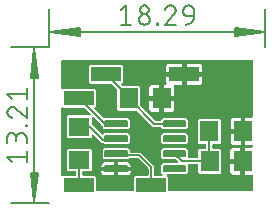
<source format=gtl>
G04 EAGLE Gerber RS-274X export*
G75*
%MOMM*%
%FSLAX34Y34*%
%LPD*%
%INTop Copper*%
%IPPOS*%
%AMOC8*
5,1,8,0,0,1.08239X$1,22.5*%
G01*
%ADD10C,0.130000*%
%ADD11C,0.152400*%
%ADD12R,1.800000X1.600000*%
%ADD13R,1.600000X1.800000*%
%ADD14R,2.540000X1.270000*%
%ADD15R,1.600000X1.803000*%
%ADD16C,0.150000*%
%ADD17C,0.203200*%

G36*
X71178Y10169D02*
X71178Y10169D01*
X71236Y10167D01*
X71318Y10189D01*
X71402Y10201D01*
X71455Y10224D01*
X71511Y10239D01*
X71584Y10282D01*
X71661Y10317D01*
X71706Y10355D01*
X71756Y10384D01*
X71814Y10446D01*
X71878Y10500D01*
X71910Y10549D01*
X71950Y10592D01*
X71989Y10667D01*
X72036Y10737D01*
X72053Y10793D01*
X72080Y10845D01*
X72091Y10913D01*
X72121Y11008D01*
X72124Y11108D01*
X72135Y11176D01*
X72135Y22222D01*
X73028Y23115D01*
X83058Y23115D01*
X83116Y23123D01*
X83174Y23121D01*
X83256Y23143D01*
X83340Y23155D01*
X83393Y23178D01*
X83449Y23193D01*
X83522Y23236D01*
X83599Y23271D01*
X83644Y23309D01*
X83694Y23338D01*
X83752Y23400D01*
X83816Y23454D01*
X83848Y23503D01*
X83888Y23546D01*
X83927Y23621D01*
X83974Y23691D01*
X83991Y23747D01*
X84018Y23799D01*
X84029Y23867D01*
X84059Y23962D01*
X84062Y24062D01*
X84073Y24130D01*
X84073Y29112D01*
X84061Y29199D01*
X84058Y29286D01*
X84041Y29339D01*
X84033Y29394D01*
X83998Y29474D01*
X83971Y29557D01*
X83943Y29596D01*
X83917Y29653D01*
X83821Y29766D01*
X83776Y29830D01*
X75550Y38056D01*
X75480Y38108D01*
X75416Y38168D01*
X75367Y38194D01*
X75323Y38227D01*
X75241Y38258D01*
X75163Y38298D01*
X75116Y38306D01*
X75057Y38328D01*
X74910Y38340D01*
X74832Y38353D01*
X68011Y38353D01*
X67924Y38341D01*
X67837Y38338D01*
X67784Y38321D01*
X67729Y38313D01*
X67649Y38278D01*
X67566Y38251D01*
X67527Y38223D01*
X67470Y38197D01*
X67357Y38101D01*
X67293Y38056D01*
X66622Y37385D01*
X46538Y37385D01*
X45205Y38718D01*
X45205Y45102D01*
X46538Y46435D01*
X66622Y46435D01*
X67955Y45102D01*
X67955Y43942D01*
X67963Y43884D01*
X67961Y43826D01*
X67983Y43744D01*
X67995Y43660D01*
X68018Y43607D01*
X68033Y43551D01*
X68076Y43478D01*
X68111Y43401D01*
X68149Y43356D01*
X68178Y43306D01*
X68240Y43248D01*
X68294Y43184D01*
X68343Y43152D01*
X68386Y43112D01*
X68461Y43073D01*
X68531Y43026D01*
X68587Y43009D01*
X68639Y42982D01*
X68707Y42971D01*
X68802Y42941D01*
X68902Y42938D01*
X68970Y42927D01*
X77147Y42927D01*
X88647Y31427D01*
X88647Y24130D01*
X88655Y24072D01*
X88653Y24014D01*
X88675Y23932D01*
X88687Y23848D01*
X88710Y23795D01*
X88725Y23739D01*
X88768Y23666D01*
X88803Y23589D01*
X88841Y23544D01*
X88870Y23494D01*
X88932Y23436D01*
X88986Y23372D01*
X89035Y23340D01*
X89078Y23300D01*
X89153Y23261D01*
X89223Y23214D01*
X89279Y23197D01*
X89331Y23170D01*
X89399Y23159D01*
X89494Y23129D01*
X89594Y23126D01*
X89662Y23115D01*
X95057Y23115D01*
X95086Y23119D01*
X95116Y23116D01*
X95227Y23139D01*
X95339Y23155D01*
X95366Y23167D01*
X95394Y23172D01*
X95495Y23225D01*
X95598Y23271D01*
X95621Y23290D01*
X95647Y23303D01*
X95729Y23381D01*
X95815Y23454D01*
X95831Y23479D01*
X95853Y23499D01*
X95910Y23597D01*
X95973Y23691D01*
X95982Y23719D01*
X95996Y23744D01*
X96024Y23854D01*
X96059Y23962D01*
X96059Y23992D01*
X96067Y24020D01*
X96063Y24133D01*
X96066Y24246D01*
X96058Y24275D01*
X96058Y24304D01*
X96023Y24412D01*
X95994Y24521D01*
X95979Y24547D01*
X95970Y24575D01*
X95924Y24639D01*
X95849Y24766D01*
X95803Y24809D01*
X95775Y24848D01*
X94605Y26018D01*
X94605Y32402D01*
X95938Y33735D01*
X108111Y33735D01*
X108140Y33739D01*
X108169Y33736D01*
X108280Y33759D01*
X108393Y33775D01*
X108419Y33787D01*
X108448Y33792D01*
X108549Y33845D01*
X108652Y33891D01*
X108674Y33910D01*
X108700Y33923D01*
X108783Y34001D01*
X108869Y34074D01*
X108885Y34099D01*
X108907Y34119D01*
X108964Y34217D01*
X109027Y34311D01*
X109035Y34339D01*
X109050Y34364D01*
X109078Y34474D01*
X109112Y34582D01*
X109113Y34612D01*
X109120Y34640D01*
X109117Y34753D01*
X109120Y34866D01*
X109112Y34895D01*
X109111Y34924D01*
X109076Y35032D01*
X109048Y35141D01*
X109033Y35167D01*
X109024Y35195D01*
X108978Y35259D01*
X108903Y35386D01*
X108857Y35429D01*
X108829Y35468D01*
X107209Y37088D01*
X107139Y37140D01*
X107075Y37200D01*
X107026Y37226D01*
X106982Y37259D01*
X106900Y37290D01*
X106822Y37330D01*
X106775Y37338D01*
X106716Y37360D01*
X106568Y37372D01*
X106491Y37385D01*
X95938Y37385D01*
X94605Y38718D01*
X94605Y45102D01*
X95938Y46435D01*
X116022Y46435D01*
X117355Y45102D01*
X117355Y39116D01*
X117363Y39058D01*
X117361Y39000D01*
X117383Y38918D01*
X117395Y38834D01*
X117418Y38781D01*
X117433Y38725D01*
X117476Y38652D01*
X117511Y38575D01*
X117549Y38530D01*
X117578Y38480D01*
X117640Y38422D01*
X117694Y38358D01*
X117743Y38326D01*
X117786Y38286D01*
X117861Y38247D01*
X117931Y38200D01*
X117987Y38183D01*
X118039Y38156D01*
X118107Y38145D01*
X118202Y38115D01*
X118302Y38112D01*
X118370Y38101D01*
X125320Y38101D01*
X125378Y38109D01*
X125436Y38107D01*
X125518Y38129D01*
X125602Y38141D01*
X125655Y38164D01*
X125711Y38179D01*
X125784Y38222D01*
X125861Y38257D01*
X125906Y38295D01*
X125956Y38324D01*
X126014Y38386D01*
X126078Y38440D01*
X126110Y38489D01*
X126150Y38532D01*
X126189Y38607D01*
X126236Y38677D01*
X126253Y38733D01*
X126280Y38785D01*
X126291Y38853D01*
X126321Y38948D01*
X126324Y39048D01*
X126335Y39116D01*
X126335Y45192D01*
X127228Y46085D01*
X132084Y46085D01*
X132142Y46093D01*
X132200Y46091D01*
X132282Y46113D01*
X132366Y46125D01*
X132419Y46148D01*
X132475Y46163D01*
X132548Y46206D01*
X132625Y46241D01*
X132670Y46279D01*
X132720Y46308D01*
X132778Y46370D01*
X132842Y46424D01*
X132874Y46473D01*
X132914Y46516D01*
X132953Y46591D01*
X133000Y46661D01*
X133017Y46717D01*
X133044Y46769D01*
X133055Y46837D01*
X133085Y46932D01*
X133088Y47032D01*
X133099Y47100D01*
X133099Y49405D01*
X133091Y49463D01*
X133093Y49521D01*
X133071Y49603D01*
X133059Y49687D01*
X133036Y49740D01*
X133021Y49796D01*
X132978Y49869D01*
X132943Y49946D01*
X132905Y49991D01*
X132876Y50041D01*
X132814Y50099D01*
X132760Y50163D01*
X132711Y50195D01*
X132668Y50235D01*
X132593Y50274D01*
X132523Y50321D01*
X132467Y50338D01*
X132415Y50365D01*
X132347Y50376D01*
X132252Y50406D01*
X132152Y50409D01*
X132084Y50420D01*
X127008Y50420D01*
X126115Y51313D01*
X126115Y70607D01*
X127008Y71500D01*
X144272Y71500D01*
X145165Y70607D01*
X145165Y51313D01*
X144272Y50420D01*
X139196Y50420D01*
X139138Y50412D01*
X139080Y50414D01*
X138998Y50392D01*
X138914Y50380D01*
X138861Y50357D01*
X138805Y50342D01*
X138732Y50299D01*
X138655Y50264D01*
X138610Y50226D01*
X138560Y50197D01*
X138502Y50135D01*
X138438Y50081D01*
X138406Y50032D01*
X138366Y49989D01*
X138327Y49914D01*
X138280Y49844D01*
X138263Y49788D01*
X138236Y49736D01*
X138225Y49668D01*
X138195Y49573D01*
X138192Y49473D01*
X138181Y49405D01*
X138181Y47100D01*
X138189Y47042D01*
X138187Y46984D01*
X138209Y46902D01*
X138221Y46818D01*
X138244Y46765D01*
X138259Y46709D01*
X138302Y46636D01*
X138337Y46559D01*
X138375Y46514D01*
X138404Y46464D01*
X138466Y46406D01*
X138520Y46342D01*
X138569Y46310D01*
X138612Y46270D01*
X138687Y46231D01*
X138757Y46184D01*
X138813Y46167D01*
X138865Y46140D01*
X138933Y46129D01*
X139028Y46099D01*
X139128Y46096D01*
X139196Y46085D01*
X144492Y46085D01*
X145385Y45192D01*
X145385Y25928D01*
X144492Y25035D01*
X127228Y25035D01*
X126335Y25928D01*
X126335Y32004D01*
X126327Y32062D01*
X126329Y32120D01*
X126307Y32202D01*
X126295Y32286D01*
X126272Y32339D01*
X126257Y32395D01*
X126214Y32468D01*
X126179Y32545D01*
X126141Y32590D01*
X126112Y32640D01*
X126050Y32698D01*
X125996Y32762D01*
X125947Y32794D01*
X125904Y32834D01*
X125829Y32873D01*
X125759Y32920D01*
X125703Y32937D01*
X125651Y32964D01*
X125583Y32975D01*
X125488Y33005D01*
X125388Y33008D01*
X125320Y33019D01*
X118370Y33019D01*
X118312Y33011D01*
X118254Y33013D01*
X118172Y32991D01*
X118088Y32979D01*
X118035Y32956D01*
X117979Y32941D01*
X117906Y32898D01*
X117829Y32863D01*
X117784Y32825D01*
X117734Y32796D01*
X117676Y32734D01*
X117612Y32680D01*
X117580Y32631D01*
X117540Y32588D01*
X117501Y32513D01*
X117454Y32443D01*
X117437Y32387D01*
X117410Y32335D01*
X117399Y32267D01*
X117369Y32172D01*
X117366Y32072D01*
X117355Y32004D01*
X117355Y26018D01*
X116022Y24685D01*
X100572Y24685D01*
X100543Y24681D01*
X100514Y24684D01*
X100403Y24661D01*
X100291Y24645D01*
X100264Y24633D01*
X100235Y24628D01*
X100134Y24575D01*
X100031Y24529D01*
X100009Y24510D01*
X99983Y24497D01*
X99901Y24419D01*
X99814Y24346D01*
X99798Y24321D01*
X99777Y24301D01*
X99719Y24203D01*
X99657Y24109D01*
X99648Y24081D01*
X99633Y24056D01*
X99605Y23946D01*
X99571Y23838D01*
X99570Y23808D01*
X99563Y23780D01*
X99566Y23667D01*
X99563Y23554D01*
X99571Y23525D01*
X99572Y23496D01*
X99607Y23388D01*
X99635Y23279D01*
X99650Y23253D01*
X99659Y23225D01*
X99705Y23161D01*
X99781Y23034D01*
X99826Y22991D01*
X99854Y22952D01*
X100585Y22222D01*
X100585Y11176D01*
X100593Y11118D01*
X100591Y11060D01*
X100613Y10978D01*
X100625Y10894D01*
X100648Y10841D01*
X100663Y10785D01*
X100706Y10712D01*
X100741Y10635D01*
X100779Y10590D01*
X100808Y10540D01*
X100870Y10482D01*
X100924Y10418D01*
X100973Y10386D01*
X101016Y10346D01*
X101091Y10307D01*
X101161Y10260D01*
X101217Y10243D01*
X101269Y10216D01*
X101337Y10205D01*
X101432Y10175D01*
X101532Y10172D01*
X101600Y10161D01*
X171504Y10161D01*
X171562Y10169D01*
X171620Y10167D01*
X171702Y10189D01*
X171786Y10201D01*
X171839Y10224D01*
X171895Y10239D01*
X171968Y10282D01*
X172045Y10317D01*
X172090Y10355D01*
X172140Y10384D01*
X172198Y10446D01*
X172262Y10500D01*
X172294Y10549D01*
X172334Y10592D01*
X172373Y10667D01*
X172420Y10737D01*
X172437Y10793D01*
X172464Y10845D01*
X172475Y10913D01*
X172505Y11008D01*
X172508Y11108D01*
X172519Y11176D01*
X172519Y23004D01*
X172511Y23062D01*
X172513Y23120D01*
X172491Y23202D01*
X172479Y23286D01*
X172456Y23339D01*
X172441Y23395D01*
X172398Y23468D01*
X172363Y23545D01*
X172325Y23590D01*
X172296Y23640D01*
X172234Y23698D01*
X172180Y23762D01*
X172131Y23794D01*
X172088Y23834D01*
X172013Y23873D01*
X171943Y23920D01*
X171887Y23937D01*
X171835Y23964D01*
X171767Y23975D01*
X171672Y24005D01*
X171572Y24008D01*
X171504Y24019D01*
X165891Y24019D01*
X165891Y34544D01*
X165883Y34599D01*
X165884Y34643D01*
X165884Y34645D01*
X165884Y34660D01*
X165863Y34742D01*
X165851Y34825D01*
X165827Y34879D01*
X165813Y34935D01*
X165770Y35008D01*
X165735Y35085D01*
X165697Y35129D01*
X165667Y35180D01*
X165606Y35237D01*
X165551Y35302D01*
X165503Y35334D01*
X165460Y35374D01*
X165385Y35413D01*
X165315Y35459D01*
X165259Y35477D01*
X165207Y35504D01*
X165139Y35515D01*
X165044Y35545D01*
X164944Y35548D01*
X164876Y35559D01*
X163859Y35559D01*
X163859Y35561D01*
X164876Y35561D01*
X164934Y35569D01*
X164992Y35568D01*
X165074Y35589D01*
X165157Y35601D01*
X165211Y35625D01*
X165267Y35639D01*
X165340Y35682D01*
X165417Y35717D01*
X165461Y35755D01*
X165512Y35785D01*
X165569Y35846D01*
X165634Y35901D01*
X165666Y35949D01*
X165706Y35992D01*
X165745Y36067D01*
X165791Y36137D01*
X165809Y36193D01*
X165836Y36245D01*
X165847Y36313D01*
X165877Y36408D01*
X165880Y36508D01*
X165891Y36576D01*
X165891Y47101D01*
X171504Y47101D01*
X171562Y47109D01*
X171620Y47107D01*
X171702Y47129D01*
X171786Y47141D01*
X171839Y47164D01*
X171895Y47179D01*
X171968Y47222D01*
X172045Y47257D01*
X172090Y47295D01*
X172140Y47324D01*
X172198Y47386D01*
X172262Y47440D01*
X172294Y47489D01*
X172334Y47532D01*
X172373Y47607D01*
X172420Y47677D01*
X172437Y47733D01*
X172464Y47785D01*
X172475Y47853D01*
X172505Y47948D01*
X172508Y48048D01*
X172519Y48116D01*
X172519Y48389D01*
X172511Y48447D01*
X172513Y48505D01*
X172491Y48587D01*
X172479Y48671D01*
X172456Y48724D01*
X172441Y48780D01*
X172398Y48853D01*
X172363Y48930D01*
X172325Y48975D01*
X172296Y49025D01*
X172234Y49083D01*
X172180Y49147D01*
X172131Y49179D01*
X172088Y49219D01*
X172013Y49258D01*
X171943Y49305D01*
X171887Y49322D01*
X171835Y49349D01*
X171767Y49360D01*
X171672Y49390D01*
X171572Y49393D01*
X171504Y49404D01*
X166111Y49404D01*
X166111Y59944D01*
X166104Y59996D01*
X166104Y60024D01*
X166104Y60028D01*
X166104Y60060D01*
X166083Y60142D01*
X166071Y60225D01*
X166047Y60279D01*
X166033Y60335D01*
X165990Y60408D01*
X165955Y60485D01*
X165917Y60529D01*
X165887Y60580D01*
X165826Y60637D01*
X165771Y60702D01*
X165723Y60734D01*
X165680Y60774D01*
X165605Y60813D01*
X165535Y60859D01*
X165479Y60877D01*
X165427Y60904D01*
X165359Y60915D01*
X165264Y60945D01*
X165164Y60948D01*
X165096Y60959D01*
X164079Y60959D01*
X164079Y60961D01*
X165096Y60961D01*
X165154Y60969D01*
X165212Y60968D01*
X165294Y60989D01*
X165377Y61001D01*
X165431Y61025D01*
X165487Y61039D01*
X165560Y61082D01*
X165637Y61117D01*
X165681Y61155D01*
X165732Y61185D01*
X165789Y61246D01*
X165854Y61301D01*
X165886Y61349D01*
X165926Y61392D01*
X165965Y61467D01*
X166011Y61537D01*
X166029Y61593D01*
X166056Y61645D01*
X166067Y61713D01*
X166097Y61808D01*
X166100Y61908D01*
X166111Y61976D01*
X166111Y72516D01*
X171504Y72516D01*
X171562Y72524D01*
X171620Y72522D01*
X171702Y72544D01*
X171786Y72556D01*
X171839Y72579D01*
X171895Y72594D01*
X171968Y72637D01*
X172045Y72672D01*
X172090Y72710D01*
X172140Y72739D01*
X172198Y72801D01*
X172262Y72855D01*
X172294Y72904D01*
X172334Y72947D01*
X172373Y73022D01*
X172420Y73092D01*
X172437Y73148D01*
X172464Y73200D01*
X172475Y73268D01*
X172505Y73363D01*
X172508Y73463D01*
X172519Y73531D01*
X172519Y120144D01*
X172511Y120202D01*
X172513Y120260D01*
X172491Y120342D01*
X172479Y120426D01*
X172456Y120479D01*
X172441Y120535D01*
X172398Y120608D01*
X172363Y120685D01*
X172325Y120730D01*
X172296Y120780D01*
X172234Y120838D01*
X172180Y120902D01*
X172131Y120934D01*
X172088Y120974D01*
X172013Y121013D01*
X171943Y121060D01*
X171887Y121077D01*
X171835Y121104D01*
X171767Y121115D01*
X171672Y121145D01*
X171572Y121148D01*
X171504Y121159D01*
X11176Y121159D01*
X11118Y121151D01*
X11060Y121153D01*
X10978Y121131D01*
X10894Y121119D01*
X10841Y121096D01*
X10785Y121081D01*
X10712Y121038D01*
X10635Y121003D01*
X10590Y120965D01*
X10540Y120936D01*
X10482Y120874D01*
X10418Y120820D01*
X10386Y120771D01*
X10346Y120728D01*
X10307Y120653D01*
X10260Y120583D01*
X10243Y120527D01*
X10216Y120475D01*
X10205Y120407D01*
X10175Y120312D01*
X10172Y120212D01*
X10161Y120144D01*
X10161Y97318D01*
X10165Y97289D01*
X10162Y97260D01*
X10185Y97149D01*
X10201Y97037D01*
X10213Y97010D01*
X10218Y96981D01*
X10271Y96880D01*
X10317Y96777D01*
X10336Y96755D01*
X10349Y96729D01*
X10427Y96647D01*
X10500Y96560D01*
X10525Y96544D01*
X10545Y96523D01*
X10643Y96465D01*
X10737Y96403D01*
X10765Y96394D01*
X10790Y96379D01*
X10900Y96351D01*
X11008Y96317D01*
X11038Y96316D01*
X11066Y96309D01*
X11179Y96312D01*
X11292Y96309D01*
X11321Y96317D01*
X11350Y96318D01*
X11458Y96353D01*
X11567Y96381D01*
X11593Y96396D01*
X11621Y96405D01*
X11685Y96451D01*
X11812Y96527D01*
X11855Y96572D01*
X11894Y96600D01*
X12068Y96775D01*
X38732Y96775D01*
X39625Y95882D01*
X39625Y81918D01*
X38518Y80811D01*
X38482Y80765D01*
X38440Y80724D01*
X38397Y80651D01*
X38347Y80584D01*
X38326Y80529D01*
X38296Y80479D01*
X38276Y80397D01*
X38245Y80318D01*
X38241Y80260D01*
X38226Y80204D01*
X38229Y80119D01*
X38222Y80035D01*
X38233Y79978D01*
X38235Y79919D01*
X38261Y79839D01*
X38278Y79756D01*
X38305Y79704D01*
X38323Y79649D01*
X38363Y79593D01*
X38409Y79504D01*
X38478Y79432D01*
X38518Y79376D01*
X45761Y72132D01*
X45831Y72080D01*
X45895Y72020D01*
X45944Y71994D01*
X45988Y71961D01*
X46070Y71930D01*
X46148Y71890D01*
X46195Y71882D01*
X46254Y71860D01*
X46402Y71848D01*
X46479Y71835D01*
X66622Y71835D01*
X67955Y70502D01*
X67955Y64118D01*
X66622Y62785D01*
X46538Y62785D01*
X45205Y64118D01*
X45205Y65081D01*
X45193Y65168D01*
X45190Y65255D01*
X45173Y65308D01*
X45165Y65363D01*
X45130Y65442D01*
X45103Y65526D01*
X45075Y65565D01*
X45049Y65622D01*
X44953Y65735D01*
X44908Y65799D01*
X44152Y66555D01*
X37658Y73049D01*
X37634Y73067D01*
X37615Y73089D01*
X37521Y73152D01*
X37431Y73220D01*
X37403Y73230D01*
X37379Y73247D01*
X37271Y73281D01*
X37165Y73321D01*
X37136Y73324D01*
X37108Y73332D01*
X36994Y73335D01*
X36882Y73345D01*
X36853Y73339D01*
X36824Y73340D01*
X36714Y73311D01*
X36603Y73289D01*
X36577Y73275D01*
X36549Y73268D01*
X36451Y73210D01*
X36351Y73158D01*
X36329Y73138D01*
X36304Y73123D01*
X36227Y73040D01*
X36145Y72962D01*
X36130Y72937D01*
X36110Y72915D01*
X36058Y72814D01*
X36001Y72717D01*
X35994Y72688D01*
X35980Y72662D01*
X35967Y72585D01*
X35931Y72441D01*
X35933Y72379D01*
X35925Y72331D01*
X35925Y67149D01*
X35937Y67062D01*
X35940Y66975D01*
X35957Y66922D01*
X35965Y66867D01*
X36000Y66788D01*
X36027Y66704D01*
X36055Y66665D01*
X36081Y66608D01*
X36177Y66495D01*
X36222Y66431D01*
X44310Y58343D01*
X44357Y58308D01*
X44397Y58265D01*
X44470Y58223D01*
X44537Y58172D01*
X44592Y58151D01*
X44642Y58122D01*
X44724Y58101D01*
X44803Y58071D01*
X44861Y58066D01*
X44918Y58052D01*
X45002Y58054D01*
X45086Y58047D01*
X45144Y58059D01*
X45202Y58061D01*
X45282Y58087D01*
X45365Y58103D01*
X45417Y58130D01*
X45473Y58148D01*
X45529Y58188D01*
X45617Y58234D01*
X45690Y58303D01*
X45746Y58343D01*
X46538Y59135D01*
X66622Y59135D01*
X67955Y57802D01*
X67955Y51418D01*
X66622Y50085D01*
X46538Y50085D01*
X46121Y50502D01*
X46051Y50554D01*
X45987Y50614D01*
X45938Y50640D01*
X45894Y50673D01*
X45812Y50704D01*
X45734Y50744D01*
X45687Y50752D01*
X45628Y50774D01*
X45481Y50786D01*
X45403Y50799D01*
X44668Y50799D01*
X42882Y52585D01*
X37658Y57809D01*
X37634Y57827D01*
X37615Y57849D01*
X37521Y57912D01*
X37431Y57980D01*
X37403Y57990D01*
X37379Y58007D01*
X37271Y58041D01*
X37165Y58081D01*
X37136Y58084D01*
X37108Y58092D01*
X36994Y58095D01*
X36882Y58105D01*
X36853Y58099D01*
X36824Y58100D01*
X36714Y58071D01*
X36603Y58049D01*
X36577Y58035D01*
X36549Y58028D01*
X36451Y57970D01*
X36351Y57918D01*
X36329Y57898D01*
X36304Y57883D01*
X36227Y57800D01*
X36145Y57722D01*
X36130Y57697D01*
X36110Y57675D01*
X36058Y57574D01*
X36001Y57477D01*
X35994Y57448D01*
X35980Y57422D01*
X35967Y57345D01*
X35931Y57201D01*
X35933Y57139D01*
X35925Y57091D01*
X35925Y56168D01*
X35032Y55275D01*
X15768Y55275D01*
X14875Y56168D01*
X14875Y73432D01*
X15768Y74325D01*
X33931Y74325D01*
X33960Y74329D01*
X33989Y74326D01*
X34100Y74349D01*
X34213Y74365D01*
X34239Y74377D01*
X34268Y74382D01*
X34369Y74434D01*
X34472Y74481D01*
X34494Y74500D01*
X34520Y74513D01*
X34602Y74591D01*
X34689Y74664D01*
X34705Y74689D01*
X34727Y74709D01*
X34784Y74807D01*
X34847Y74901D01*
X34855Y74929D01*
X34870Y74954D01*
X34898Y75064D01*
X34932Y75172D01*
X34933Y75202D01*
X34940Y75230D01*
X34937Y75343D01*
X34940Y75456D01*
X34932Y75485D01*
X34931Y75514D01*
X34896Y75622D01*
X34868Y75731D01*
X34853Y75757D01*
X34844Y75785D01*
X34798Y75848D01*
X34723Y75976D01*
X34677Y76019D01*
X34649Y76058D01*
X29979Y80728D01*
X29909Y80780D01*
X29845Y80840D01*
X29796Y80866D01*
X29752Y80899D01*
X29670Y80930D01*
X29592Y80970D01*
X29545Y80978D01*
X29486Y81000D01*
X29338Y81012D01*
X29261Y81025D01*
X12068Y81025D01*
X11894Y81200D01*
X11870Y81217D01*
X11851Y81240D01*
X11757Y81303D01*
X11667Y81371D01*
X11639Y81381D01*
X11615Y81397D01*
X11507Y81432D01*
X11401Y81472D01*
X11372Y81474D01*
X11344Y81483D01*
X11231Y81486D01*
X11118Y81496D01*
X11089Y81490D01*
X11060Y81491D01*
X10950Y81462D01*
X10839Y81440D01*
X10813Y81426D01*
X10785Y81419D01*
X10687Y81361D01*
X10587Y81309D01*
X10565Y81288D01*
X10540Y81273D01*
X10463Y81191D01*
X10381Y81113D01*
X10366Y81088D01*
X10346Y81066D01*
X10294Y80965D01*
X10237Y80868D01*
X10230Y80839D01*
X10216Y80813D01*
X10203Y80736D01*
X10167Y80592D01*
X10169Y80530D01*
X10161Y80482D01*
X10161Y23658D01*
X10165Y23629D01*
X10162Y23600D01*
X10185Y23489D01*
X10201Y23377D01*
X10213Y23350D01*
X10218Y23321D01*
X10271Y23220D01*
X10317Y23117D01*
X10336Y23095D01*
X10349Y23069D01*
X10427Y22987D01*
X10500Y22900D01*
X10525Y22884D01*
X10545Y22863D01*
X10643Y22805D01*
X10737Y22743D01*
X10765Y22734D01*
X10790Y22719D01*
X10900Y22691D01*
X11008Y22657D01*
X11038Y22656D01*
X11066Y22649D01*
X11179Y22652D01*
X11292Y22649D01*
X11321Y22657D01*
X11350Y22658D01*
X11458Y22693D01*
X11567Y22721D01*
X11593Y22736D01*
X11621Y22745D01*
X11685Y22791D01*
X11812Y22867D01*
X11855Y22912D01*
X11894Y22940D01*
X12068Y23115D01*
X21844Y23115D01*
X21902Y23123D01*
X21960Y23121D01*
X22042Y23143D01*
X22126Y23155D01*
X22179Y23178D01*
X22235Y23193D01*
X22308Y23236D01*
X22385Y23271D01*
X22430Y23309D01*
X22480Y23338D01*
X22538Y23400D01*
X22602Y23454D01*
X22634Y23503D01*
X22674Y23546D01*
X22713Y23621D01*
X22760Y23691D01*
X22777Y23747D01*
X22804Y23799D01*
X22815Y23867D01*
X22845Y23962D01*
X22848Y24062D01*
X22859Y24130D01*
X22859Y26260D01*
X22851Y26318D01*
X22853Y26376D01*
X22831Y26458D01*
X22819Y26542D01*
X22796Y26595D01*
X22781Y26651D01*
X22738Y26724D01*
X22703Y26801D01*
X22665Y26846D01*
X22636Y26896D01*
X22574Y26954D01*
X22520Y27018D01*
X22471Y27050D01*
X22428Y27090D01*
X22353Y27129D01*
X22283Y27176D01*
X22227Y27193D01*
X22175Y27220D01*
X22107Y27231D01*
X22012Y27261D01*
X21912Y27264D01*
X21844Y27275D01*
X15768Y27275D01*
X14875Y28168D01*
X14875Y45432D01*
X15768Y46325D01*
X35032Y46325D01*
X35925Y45432D01*
X35925Y28168D01*
X35032Y27275D01*
X28956Y27275D01*
X28898Y27267D01*
X28840Y27269D01*
X28758Y27247D01*
X28674Y27235D01*
X28621Y27212D01*
X28565Y27197D01*
X28492Y27154D01*
X28415Y27119D01*
X28370Y27081D01*
X28320Y27052D01*
X28262Y26990D01*
X28198Y26936D01*
X28166Y26887D01*
X28126Y26844D01*
X28087Y26769D01*
X28040Y26699D01*
X28023Y26643D01*
X27996Y26591D01*
X27985Y26523D01*
X27955Y26428D01*
X27952Y26328D01*
X27941Y26260D01*
X27941Y24130D01*
X27949Y24072D01*
X27947Y24014D01*
X27969Y23932D01*
X27981Y23848D01*
X28004Y23795D01*
X28019Y23739D01*
X28062Y23666D01*
X28097Y23589D01*
X28135Y23544D01*
X28164Y23494D01*
X28226Y23436D01*
X28280Y23372D01*
X28329Y23340D01*
X28372Y23300D01*
X28447Y23261D01*
X28517Y23214D01*
X28573Y23197D01*
X28625Y23170D01*
X28693Y23159D01*
X28788Y23129D01*
X28888Y23126D01*
X28956Y23115D01*
X38732Y23115D01*
X39625Y22222D01*
X39625Y11176D01*
X39633Y11118D01*
X39631Y11060D01*
X39653Y10978D01*
X39665Y10894D01*
X39688Y10841D01*
X39703Y10785D01*
X39746Y10712D01*
X39781Y10635D01*
X39819Y10590D01*
X39848Y10540D01*
X39910Y10482D01*
X39964Y10418D01*
X40013Y10386D01*
X40056Y10346D01*
X40131Y10307D01*
X40201Y10260D01*
X40257Y10243D01*
X40309Y10216D01*
X40377Y10205D01*
X40472Y10175D01*
X40572Y10172D01*
X40640Y10161D01*
X71120Y10161D01*
X71178Y10169D01*
G37*
%LPC*%
G36*
X95938Y62785D02*
X95938Y62785D01*
X94466Y64257D01*
X94449Y64295D01*
X94411Y64340D01*
X94382Y64390D01*
X94320Y64448D01*
X94266Y64512D01*
X94217Y64544D01*
X94174Y64584D01*
X94099Y64623D01*
X94029Y64670D01*
X93973Y64687D01*
X93921Y64714D01*
X93853Y64725D01*
X93758Y64755D01*
X93658Y64758D01*
X93590Y64769D01*
X87818Y64769D01*
X74509Y78078D01*
X74439Y78130D01*
X74375Y78190D01*
X74326Y78216D01*
X74282Y78249D01*
X74200Y78280D01*
X74122Y78320D01*
X74075Y78328D01*
X74016Y78350D01*
X73868Y78362D01*
X73791Y78375D01*
X58648Y78375D01*
X57755Y79268D01*
X57755Y95711D01*
X57743Y95798D01*
X57740Y95885D01*
X57723Y95938D01*
X57715Y95993D01*
X57680Y96072D01*
X57653Y96156D01*
X57625Y96195D01*
X57599Y96252D01*
X57503Y96365D01*
X57458Y96429D01*
X52839Y101048D01*
X52769Y101100D01*
X52705Y101160D01*
X52656Y101186D01*
X52612Y101219D01*
X52530Y101250D01*
X52452Y101290D01*
X52405Y101298D01*
X52346Y101320D01*
X52198Y101332D01*
X52121Y101345D01*
X34928Y101345D01*
X34035Y102238D01*
X34035Y116202D01*
X34928Y117095D01*
X61592Y117095D01*
X62485Y116202D01*
X62485Y102238D01*
X61404Y101158D01*
X61387Y101134D01*
X61364Y101115D01*
X61301Y101021D01*
X61233Y100931D01*
X61223Y100903D01*
X61207Y100879D01*
X61172Y100771D01*
X61132Y100665D01*
X61130Y100636D01*
X61121Y100608D01*
X61118Y100494D01*
X61108Y100382D01*
X61114Y100353D01*
X61113Y100324D01*
X61142Y100214D01*
X61164Y100103D01*
X61178Y100077D01*
X61185Y100049D01*
X61243Y99951D01*
X61295Y99851D01*
X61316Y99829D01*
X61331Y99804D01*
X61413Y99727D01*
X61491Y99645D01*
X61516Y99630D01*
X61538Y99610D01*
X61639Y99558D01*
X61736Y99501D01*
X61765Y99494D01*
X61791Y99480D01*
X61868Y99467D01*
X62012Y99431D01*
X62074Y99433D01*
X62122Y99425D01*
X75912Y99425D01*
X76805Y98532D01*
X76805Y83389D01*
X76817Y83302D01*
X76820Y83215D01*
X76837Y83162D01*
X76845Y83107D01*
X76880Y83028D01*
X76907Y82944D01*
X76935Y82905D01*
X76961Y82848D01*
X77057Y82735D01*
X77102Y82671D01*
X89625Y70148D01*
X89695Y70096D01*
X89759Y70036D01*
X89808Y70010D01*
X89852Y69977D01*
X89934Y69946D01*
X90012Y69906D01*
X90059Y69898D01*
X90118Y69876D01*
X90266Y69864D01*
X90343Y69851D01*
X93590Y69851D01*
X93648Y69859D01*
X93706Y69857D01*
X93788Y69879D01*
X93872Y69891D01*
X93925Y69914D01*
X93981Y69929D01*
X94054Y69972D01*
X94131Y70007D01*
X94176Y70045D01*
X94226Y70074D01*
X94284Y70136D01*
X94348Y70190D01*
X94380Y70239D01*
X94420Y70282D01*
X94458Y70355D01*
X95938Y71835D01*
X116022Y71835D01*
X117355Y70502D01*
X117355Y64118D01*
X116022Y62785D01*
X95938Y62785D01*
G37*
%LPD*%
%LPC*%
G36*
X95938Y50085D02*
X95938Y50085D01*
X94605Y51418D01*
X94605Y57802D01*
X95938Y59135D01*
X116022Y59135D01*
X117355Y57802D01*
X117355Y51418D01*
X116022Y50085D01*
X95938Y50085D01*
G37*
%LPD*%
%LPC*%
G36*
X97311Y90931D02*
X97311Y90931D01*
X97311Y100441D01*
X98310Y100441D01*
X98349Y100446D01*
X98388Y100444D01*
X98489Y100466D01*
X98592Y100481D01*
X98628Y100497D01*
X98666Y100505D01*
X98757Y100554D01*
X98851Y100597D01*
X98881Y100622D01*
X98916Y100641D01*
X98989Y100714D01*
X99068Y100780D01*
X99090Y100813D01*
X99118Y100841D01*
X99168Y100931D01*
X99226Y101017D01*
X99238Y101054D01*
X99257Y101089D01*
X99280Y101189D01*
X99312Y101288D01*
X99313Y101327D01*
X99322Y101365D01*
X99316Y101469D01*
X99319Y101572D01*
X99309Y101610D01*
X99307Y101649D01*
X99280Y101722D01*
X99247Y101847D01*
X99241Y101858D01*
X99059Y102536D01*
X99059Y107189D01*
X112269Y107189D01*
X112269Y100329D01*
X106570Y100329D01*
X106531Y100324D01*
X106492Y100326D01*
X106391Y100304D01*
X106288Y100289D01*
X106253Y100273D01*
X106214Y100265D01*
X106123Y100215D01*
X106029Y100173D01*
X105999Y100148D01*
X105964Y100129D01*
X105891Y100056D01*
X105812Y99990D01*
X105790Y99957D01*
X105762Y99929D01*
X105712Y99839D01*
X105654Y99753D01*
X105642Y99716D01*
X105623Y99681D01*
X105600Y99580D01*
X105568Y99482D01*
X105567Y99443D01*
X105558Y99405D01*
X105564Y99301D01*
X105561Y99198D01*
X105571Y99160D01*
X105573Y99121D01*
X105600Y99048D01*
X105633Y98923D01*
X105639Y98912D01*
X105821Y98234D01*
X105821Y90931D01*
X97311Y90931D01*
G37*
%LPD*%
%LPC*%
G36*
X116331Y111251D02*
X116331Y111251D01*
X116331Y118111D01*
X127334Y118111D01*
X127981Y117938D01*
X128560Y117603D01*
X129033Y117130D01*
X129368Y116551D01*
X129541Y115904D01*
X129541Y111251D01*
X116331Y111251D01*
G37*
%LPD*%
%LPC*%
G36*
X99059Y111251D02*
X99059Y111251D01*
X99059Y115904D01*
X99232Y116551D01*
X99567Y117130D01*
X100040Y117603D01*
X100619Y117938D01*
X101266Y118111D01*
X112269Y118111D01*
X112269Y111251D01*
X99059Y111251D01*
G37*
%LPD*%
%LPC*%
G36*
X116331Y107189D02*
X116331Y107189D01*
X129541Y107189D01*
X129541Y102536D01*
X129368Y101889D01*
X129033Y101310D01*
X128560Y100837D01*
X127981Y100502D01*
X127334Y100329D01*
X116331Y100329D01*
X116331Y107189D01*
G37*
%LPD*%
%LPC*%
G36*
X153539Y62991D02*
X153539Y62991D01*
X153539Y70309D01*
X153712Y70956D01*
X154047Y71535D01*
X154520Y72008D01*
X155099Y72343D01*
X155746Y72516D01*
X162049Y72516D01*
X162049Y62991D01*
X153539Y62991D01*
G37*
%LPD*%
%LPC*%
G36*
X155746Y49404D02*
X155746Y49404D01*
X155099Y49577D01*
X154520Y49912D01*
X154047Y50385D01*
X153712Y50964D01*
X153539Y51611D01*
X153539Y58929D01*
X162049Y58929D01*
X162049Y49404D01*
X155746Y49404D01*
G37*
%LPD*%
%LPC*%
G36*
X84739Y90931D02*
X84739Y90931D01*
X84739Y98234D01*
X84912Y98881D01*
X85247Y99460D01*
X85720Y99933D01*
X86299Y100268D01*
X86946Y100441D01*
X93249Y100441D01*
X93249Y90931D01*
X84739Y90931D01*
G37*
%LPD*%
%LPC*%
G36*
X153319Y37591D02*
X153319Y37591D01*
X153319Y44894D01*
X153492Y45541D01*
X153827Y46120D01*
X154300Y46593D01*
X154879Y46928D01*
X155526Y47101D01*
X161829Y47101D01*
X161829Y37591D01*
X153319Y37591D01*
G37*
%LPD*%
%LPC*%
G36*
X97311Y77359D02*
X97311Y77359D01*
X97311Y86869D01*
X105821Y86869D01*
X105821Y79565D01*
X105648Y78919D01*
X105313Y78340D01*
X104840Y77867D01*
X104261Y77532D01*
X103614Y77359D01*
X97311Y77359D01*
G37*
%LPD*%
%LPC*%
G36*
X86946Y77359D02*
X86946Y77359D01*
X86299Y77532D01*
X85720Y77867D01*
X85247Y78340D01*
X84912Y78919D01*
X84739Y79565D01*
X84739Y86869D01*
X93249Y86869D01*
X93249Y77359D01*
X86946Y77359D01*
G37*
%LPD*%
%LPC*%
G36*
X155526Y24019D02*
X155526Y24019D01*
X154879Y24192D01*
X154300Y24527D01*
X153827Y25000D01*
X153492Y25579D01*
X153319Y26226D01*
X153319Y33529D01*
X161829Y33529D01*
X161829Y24019D01*
X155526Y24019D01*
G37*
%LPD*%
%LPC*%
G36*
X58079Y30709D02*
X58079Y30709D01*
X58079Y34751D01*
X66113Y34751D01*
X66950Y34526D01*
X67701Y34093D01*
X68313Y33481D01*
X68746Y32730D01*
X68971Y31893D01*
X68971Y30709D01*
X58079Y30709D01*
G37*
%LPD*%
%LPC*%
G36*
X44189Y30709D02*
X44189Y30709D01*
X44189Y31893D01*
X44414Y32730D01*
X44847Y33481D01*
X45459Y34093D01*
X46210Y34526D01*
X47047Y34751D01*
X55081Y34751D01*
X55081Y30709D01*
X44189Y30709D01*
G37*
%LPD*%
%LPC*%
G36*
X58079Y23669D02*
X58079Y23669D01*
X58079Y27711D01*
X68971Y27711D01*
X68971Y26527D01*
X68746Y25690D01*
X68313Y24939D01*
X67701Y24327D01*
X66950Y23894D01*
X66113Y23669D01*
X58079Y23669D01*
G37*
%LPD*%
%LPC*%
G36*
X47047Y23669D02*
X47047Y23669D01*
X46210Y23894D01*
X45459Y24327D01*
X44847Y24939D01*
X44414Y25690D01*
X44189Y26527D01*
X44189Y27711D01*
X55081Y27711D01*
X55081Y23669D01*
X47047Y23669D01*
G37*
%LPD*%
%LPC*%
G36*
X114299Y109219D02*
X114299Y109219D01*
X114299Y109221D01*
X114301Y109221D01*
X114301Y109219D01*
X114299Y109219D01*
G37*
%LPD*%
%LPC*%
G36*
X95279Y88899D02*
X95279Y88899D01*
X95279Y88901D01*
X95281Y88901D01*
X95281Y88899D01*
X95279Y88899D01*
G37*
%LPD*%
D10*
X0Y0D02*
X-32200Y0D01*
X-32200Y132080D02*
X0Y132080D01*
X-12700Y131430D02*
X-12700Y650D01*
X-15892Y26000D01*
X-9508Y26000D01*
X-12700Y650D01*
X-14000Y26000D01*
X-11400Y26000D02*
X-12700Y650D01*
X-15300Y26000D01*
X-10100Y26000D02*
X-12700Y650D01*
X-15892Y106080D02*
X-12700Y131430D01*
X-15892Y106080D02*
X-9508Y106080D01*
X-12700Y131430D01*
X-14000Y106080D01*
X-11400Y106080D02*
X-12700Y131430D01*
X-15300Y106080D01*
X-10100Y106080D02*
X-12700Y131430D01*
D11*
X-35463Y39497D02*
X-31851Y34981D01*
X-35463Y39497D02*
X-19207Y39497D01*
X-19207Y44012D02*
X-19207Y34981D01*
X-19207Y50613D02*
X-19207Y55128D01*
X-19209Y55261D01*
X-19215Y55393D01*
X-19225Y55525D01*
X-19238Y55657D01*
X-19256Y55789D01*
X-19277Y55919D01*
X-19302Y56050D01*
X-19331Y56179D01*
X-19364Y56307D01*
X-19400Y56435D01*
X-19440Y56561D01*
X-19484Y56686D01*
X-19532Y56810D01*
X-19583Y56932D01*
X-19638Y57053D01*
X-19696Y57172D01*
X-19758Y57290D01*
X-19823Y57405D01*
X-19892Y57519D01*
X-19963Y57630D01*
X-20039Y57739D01*
X-20117Y57846D01*
X-20198Y57951D01*
X-20283Y58053D01*
X-20370Y58153D01*
X-20460Y58250D01*
X-20553Y58345D01*
X-20649Y58436D01*
X-20747Y58525D01*
X-20848Y58611D01*
X-20952Y58694D01*
X-21058Y58774D01*
X-21166Y58850D01*
X-21276Y58924D01*
X-21389Y58994D01*
X-21503Y59061D01*
X-21620Y59124D01*
X-21738Y59184D01*
X-21858Y59241D01*
X-21980Y59294D01*
X-22103Y59343D01*
X-22227Y59389D01*
X-22353Y59431D01*
X-22480Y59469D01*
X-22608Y59504D01*
X-22737Y59535D01*
X-22866Y59562D01*
X-22997Y59585D01*
X-23128Y59605D01*
X-23260Y59620D01*
X-23392Y59632D01*
X-23524Y59640D01*
X-23657Y59644D01*
X-23789Y59644D01*
X-23922Y59640D01*
X-24054Y59632D01*
X-24186Y59620D01*
X-24318Y59605D01*
X-24449Y59585D01*
X-24580Y59562D01*
X-24709Y59535D01*
X-24838Y59504D01*
X-24966Y59469D01*
X-25093Y59431D01*
X-25219Y59389D01*
X-25343Y59343D01*
X-25466Y59294D01*
X-25588Y59241D01*
X-25708Y59184D01*
X-25826Y59124D01*
X-25943Y59061D01*
X-26057Y58994D01*
X-26170Y58924D01*
X-26280Y58850D01*
X-26388Y58774D01*
X-26494Y58694D01*
X-26598Y58611D01*
X-26699Y58525D01*
X-26797Y58436D01*
X-26893Y58345D01*
X-26986Y58250D01*
X-27076Y58153D01*
X-27163Y58053D01*
X-27248Y57951D01*
X-27329Y57846D01*
X-27407Y57739D01*
X-27483Y57630D01*
X-27554Y57519D01*
X-27623Y57405D01*
X-27688Y57290D01*
X-27750Y57172D01*
X-27808Y57053D01*
X-27863Y56932D01*
X-27914Y56810D01*
X-27962Y56686D01*
X-28006Y56561D01*
X-28046Y56435D01*
X-28082Y56307D01*
X-28115Y56179D01*
X-28144Y56050D01*
X-28169Y55919D01*
X-28190Y55789D01*
X-28208Y55657D01*
X-28221Y55525D01*
X-28231Y55393D01*
X-28237Y55261D01*
X-28239Y55128D01*
X-35463Y56031D02*
X-35463Y50613D01*
X-35463Y56031D02*
X-35461Y56150D01*
X-35455Y56270D01*
X-35445Y56389D01*
X-35431Y56507D01*
X-35414Y56626D01*
X-35392Y56743D01*
X-35367Y56860D01*
X-35337Y56975D01*
X-35304Y57090D01*
X-35267Y57204D01*
X-35227Y57316D01*
X-35182Y57427D01*
X-35134Y57536D01*
X-35083Y57644D01*
X-35028Y57750D01*
X-34969Y57854D01*
X-34907Y57956D01*
X-34842Y58056D01*
X-34773Y58154D01*
X-34701Y58250D01*
X-34626Y58343D01*
X-34549Y58433D01*
X-34468Y58521D01*
X-34384Y58606D01*
X-34297Y58688D01*
X-34208Y58768D01*
X-34116Y58844D01*
X-34022Y58918D01*
X-33925Y58988D01*
X-33827Y59055D01*
X-33726Y59119D01*
X-33622Y59179D01*
X-33517Y59236D01*
X-33410Y59289D01*
X-33302Y59339D01*
X-33192Y59385D01*
X-33080Y59427D01*
X-32967Y59466D01*
X-32853Y59501D01*
X-32738Y59532D01*
X-32621Y59560D01*
X-32504Y59583D01*
X-32387Y59603D01*
X-32268Y59619D01*
X-32149Y59631D01*
X-32030Y59639D01*
X-31911Y59643D01*
X-31791Y59643D01*
X-31672Y59639D01*
X-31553Y59631D01*
X-31434Y59619D01*
X-31315Y59603D01*
X-31198Y59583D01*
X-31081Y59560D01*
X-30964Y59532D01*
X-30849Y59501D01*
X-30735Y59466D01*
X-30622Y59427D01*
X-30510Y59385D01*
X-30400Y59339D01*
X-30292Y59289D01*
X-30185Y59236D01*
X-30080Y59179D01*
X-29976Y59119D01*
X-29875Y59055D01*
X-29777Y58988D01*
X-29680Y58918D01*
X-29586Y58844D01*
X-29494Y58768D01*
X-29405Y58688D01*
X-29318Y58606D01*
X-29234Y58521D01*
X-29153Y58433D01*
X-29076Y58343D01*
X-29001Y58250D01*
X-28929Y58154D01*
X-28860Y58056D01*
X-28795Y57956D01*
X-28733Y57854D01*
X-28674Y57750D01*
X-28619Y57644D01*
X-28568Y57536D01*
X-28520Y57427D01*
X-28475Y57316D01*
X-28435Y57204D01*
X-28398Y57090D01*
X-28365Y56975D01*
X-28335Y56860D01*
X-28310Y56743D01*
X-28288Y56626D01*
X-28271Y56507D01*
X-28257Y56389D01*
X-28247Y56270D01*
X-28241Y56150D01*
X-28239Y56031D01*
X-28238Y56031D02*
X-28238Y52419D01*
X-20110Y65618D02*
X-19207Y65618D01*
X-20110Y65618D02*
X-20110Y66521D01*
X-19207Y66521D01*
X-19207Y65618D01*
X-31399Y81527D02*
X-31524Y81525D01*
X-31649Y81519D01*
X-31774Y81510D01*
X-31898Y81496D01*
X-32022Y81479D01*
X-32146Y81458D01*
X-32268Y81433D01*
X-32390Y81404D01*
X-32511Y81372D01*
X-32631Y81336D01*
X-32750Y81296D01*
X-32867Y81253D01*
X-32983Y81206D01*
X-33098Y81155D01*
X-33210Y81101D01*
X-33322Y81043D01*
X-33431Y80983D01*
X-33538Y80918D01*
X-33644Y80851D01*
X-33747Y80780D01*
X-33848Y80706D01*
X-33947Y80629D01*
X-34043Y80549D01*
X-34137Y80466D01*
X-34228Y80381D01*
X-34317Y80292D01*
X-34402Y80201D01*
X-34485Y80107D01*
X-34565Y80011D01*
X-34642Y79912D01*
X-34716Y79811D01*
X-34787Y79708D01*
X-34854Y79602D01*
X-34919Y79495D01*
X-34979Y79386D01*
X-35037Y79274D01*
X-35091Y79162D01*
X-35142Y79047D01*
X-35189Y78931D01*
X-35232Y78814D01*
X-35272Y78695D01*
X-35308Y78575D01*
X-35340Y78454D01*
X-35369Y78332D01*
X-35394Y78210D01*
X-35415Y78086D01*
X-35432Y77962D01*
X-35446Y77838D01*
X-35455Y77713D01*
X-35461Y77588D01*
X-35463Y77463D01*
X-35461Y77320D01*
X-35455Y77178D01*
X-35445Y77035D01*
X-35432Y76893D01*
X-35414Y76752D01*
X-35393Y76610D01*
X-35368Y76470D01*
X-35339Y76330D01*
X-35306Y76191D01*
X-35269Y76053D01*
X-35229Y75916D01*
X-35185Y75781D01*
X-35137Y75646D01*
X-35085Y75513D01*
X-35030Y75381D01*
X-34971Y75251D01*
X-34909Y75123D01*
X-34843Y74996D01*
X-34774Y74871D01*
X-34702Y74748D01*
X-34626Y74628D01*
X-34547Y74509D01*
X-34464Y74392D01*
X-34379Y74278D01*
X-34290Y74166D01*
X-34199Y74057D01*
X-34104Y73950D01*
X-34007Y73845D01*
X-33906Y73744D01*
X-33803Y73645D01*
X-33698Y73549D01*
X-33589Y73456D01*
X-33478Y73366D01*
X-33365Y73279D01*
X-33250Y73195D01*
X-33132Y73115D01*
X-33012Y73037D01*
X-32890Y72963D01*
X-32766Y72893D01*
X-32640Y72825D01*
X-32512Y72762D01*
X-32383Y72701D01*
X-32252Y72644D01*
X-32120Y72591D01*
X-31986Y72542D01*
X-31851Y72496D01*
X-28238Y80172D02*
X-28330Y80266D01*
X-28424Y80356D01*
X-28521Y80444D01*
X-28621Y80529D01*
X-28723Y80611D01*
X-28828Y80690D01*
X-28935Y80765D01*
X-29044Y80837D01*
X-29155Y80906D01*
X-29269Y80972D01*
X-29384Y81034D01*
X-29501Y81093D01*
X-29620Y81148D01*
X-29740Y81199D01*
X-29862Y81247D01*
X-29985Y81292D01*
X-30109Y81332D01*
X-30235Y81369D01*
X-30362Y81402D01*
X-30489Y81431D01*
X-30618Y81457D01*
X-30747Y81478D01*
X-30877Y81496D01*
X-31007Y81509D01*
X-31137Y81519D01*
X-31268Y81525D01*
X-31399Y81527D01*
X-28238Y80173D02*
X-19207Y72496D01*
X-19207Y81527D01*
X-31851Y88127D02*
X-35463Y92643D01*
X-19207Y92643D01*
X-19207Y88127D02*
X-19207Y97159D01*
D10*
X0Y132080D02*
X0Y164280D01*
X182880Y164280D02*
X182880Y132080D01*
X182230Y144780D02*
X650Y144780D01*
X26000Y147972D01*
X26000Y141588D01*
X650Y144780D01*
X26000Y146080D01*
X26000Y143480D02*
X650Y144780D01*
X26000Y147380D01*
X26000Y142180D02*
X650Y144780D01*
X156880Y147972D02*
X182230Y144780D01*
X156880Y147972D02*
X156880Y141588D01*
X182230Y144780D01*
X156880Y146080D01*
X156880Y143480D02*
X182230Y144780D01*
X156880Y147380D01*
X156880Y142180D02*
X182230Y144780D01*
D11*
X64897Y167543D02*
X60381Y163931D01*
X64897Y167543D02*
X64897Y151287D01*
X69412Y151287D02*
X60381Y151287D01*
X76012Y155803D02*
X76014Y155936D01*
X76020Y156068D01*
X76030Y156200D01*
X76043Y156332D01*
X76061Y156464D01*
X76082Y156594D01*
X76107Y156725D01*
X76136Y156854D01*
X76169Y156982D01*
X76205Y157110D01*
X76245Y157236D01*
X76289Y157361D01*
X76337Y157485D01*
X76388Y157607D01*
X76443Y157728D01*
X76501Y157847D01*
X76563Y157965D01*
X76628Y158080D01*
X76697Y158194D01*
X76768Y158305D01*
X76844Y158414D01*
X76922Y158521D01*
X77003Y158626D01*
X77088Y158728D01*
X77175Y158828D01*
X77265Y158925D01*
X77358Y159020D01*
X77454Y159111D01*
X77552Y159200D01*
X77653Y159286D01*
X77757Y159369D01*
X77863Y159449D01*
X77971Y159525D01*
X78081Y159599D01*
X78194Y159669D01*
X78308Y159736D01*
X78425Y159799D01*
X78543Y159859D01*
X78663Y159916D01*
X78785Y159969D01*
X78908Y160018D01*
X79032Y160064D01*
X79158Y160106D01*
X79285Y160144D01*
X79413Y160179D01*
X79542Y160210D01*
X79671Y160237D01*
X79802Y160260D01*
X79933Y160280D01*
X80065Y160295D01*
X80197Y160307D01*
X80329Y160315D01*
X80462Y160319D01*
X80594Y160319D01*
X80727Y160315D01*
X80859Y160307D01*
X80991Y160295D01*
X81123Y160280D01*
X81254Y160260D01*
X81385Y160237D01*
X81514Y160210D01*
X81643Y160179D01*
X81771Y160144D01*
X81898Y160106D01*
X82024Y160064D01*
X82148Y160018D01*
X82271Y159969D01*
X82393Y159916D01*
X82513Y159859D01*
X82631Y159799D01*
X82748Y159736D01*
X82862Y159669D01*
X82975Y159599D01*
X83085Y159525D01*
X83193Y159449D01*
X83299Y159369D01*
X83403Y159286D01*
X83504Y159200D01*
X83602Y159111D01*
X83698Y159020D01*
X83791Y158925D01*
X83881Y158828D01*
X83968Y158728D01*
X84053Y158626D01*
X84134Y158521D01*
X84212Y158414D01*
X84288Y158305D01*
X84359Y158194D01*
X84428Y158080D01*
X84493Y157965D01*
X84555Y157847D01*
X84613Y157728D01*
X84668Y157607D01*
X84719Y157485D01*
X84767Y157361D01*
X84811Y157236D01*
X84851Y157110D01*
X84887Y156982D01*
X84920Y156854D01*
X84949Y156725D01*
X84974Y156594D01*
X84995Y156464D01*
X85013Y156332D01*
X85026Y156200D01*
X85036Y156068D01*
X85042Y155936D01*
X85044Y155803D01*
X85042Y155670D01*
X85036Y155538D01*
X85026Y155406D01*
X85013Y155274D01*
X84995Y155142D01*
X84974Y155012D01*
X84949Y154881D01*
X84920Y154752D01*
X84887Y154624D01*
X84851Y154496D01*
X84811Y154370D01*
X84767Y154245D01*
X84719Y154121D01*
X84668Y153999D01*
X84613Y153878D01*
X84555Y153759D01*
X84493Y153641D01*
X84428Y153526D01*
X84359Y153412D01*
X84288Y153301D01*
X84212Y153192D01*
X84134Y153085D01*
X84053Y152980D01*
X83968Y152878D01*
X83881Y152778D01*
X83791Y152681D01*
X83698Y152586D01*
X83602Y152495D01*
X83504Y152406D01*
X83403Y152320D01*
X83299Y152237D01*
X83193Y152157D01*
X83085Y152081D01*
X82975Y152007D01*
X82862Y151937D01*
X82748Y151870D01*
X82631Y151807D01*
X82513Y151747D01*
X82393Y151690D01*
X82271Y151637D01*
X82148Y151588D01*
X82024Y151542D01*
X81898Y151500D01*
X81771Y151462D01*
X81643Y151427D01*
X81514Y151396D01*
X81385Y151369D01*
X81254Y151346D01*
X81123Y151326D01*
X80991Y151311D01*
X80859Y151299D01*
X80727Y151291D01*
X80594Y151287D01*
X80462Y151287D01*
X80329Y151291D01*
X80197Y151299D01*
X80065Y151311D01*
X79933Y151326D01*
X79802Y151346D01*
X79671Y151369D01*
X79542Y151396D01*
X79413Y151427D01*
X79285Y151462D01*
X79158Y151500D01*
X79032Y151542D01*
X78908Y151588D01*
X78785Y151637D01*
X78663Y151690D01*
X78543Y151747D01*
X78425Y151807D01*
X78308Y151870D01*
X78194Y151937D01*
X78081Y152007D01*
X77971Y152081D01*
X77863Y152157D01*
X77757Y152237D01*
X77653Y152320D01*
X77552Y152406D01*
X77454Y152495D01*
X77358Y152586D01*
X77265Y152681D01*
X77175Y152778D01*
X77088Y152878D01*
X77003Y152980D01*
X76922Y153085D01*
X76844Y153192D01*
X76768Y153301D01*
X76697Y153412D01*
X76628Y153526D01*
X76563Y153641D01*
X76501Y153759D01*
X76443Y153878D01*
X76388Y153999D01*
X76337Y154121D01*
X76289Y154245D01*
X76245Y154370D01*
X76205Y154496D01*
X76169Y154624D01*
X76136Y154752D01*
X76107Y154881D01*
X76082Y155012D01*
X76061Y155142D01*
X76043Y155274D01*
X76030Y155406D01*
X76020Y155538D01*
X76014Y155670D01*
X76012Y155803D01*
X76916Y163931D02*
X76918Y164050D01*
X76924Y164170D01*
X76934Y164289D01*
X76948Y164407D01*
X76965Y164526D01*
X76987Y164643D01*
X77012Y164760D01*
X77042Y164875D01*
X77075Y164990D01*
X77112Y165104D01*
X77152Y165216D01*
X77197Y165327D01*
X77245Y165436D01*
X77296Y165544D01*
X77351Y165650D01*
X77410Y165754D01*
X77472Y165856D01*
X77537Y165956D01*
X77606Y166054D01*
X77678Y166150D01*
X77753Y166243D01*
X77830Y166333D01*
X77911Y166421D01*
X77995Y166506D01*
X78082Y166588D01*
X78171Y166668D01*
X78263Y166744D01*
X78357Y166818D01*
X78454Y166888D01*
X78552Y166955D01*
X78653Y167019D01*
X78757Y167079D01*
X78862Y167136D01*
X78969Y167189D01*
X79077Y167239D01*
X79187Y167285D01*
X79299Y167327D01*
X79412Y167366D01*
X79526Y167401D01*
X79641Y167432D01*
X79758Y167460D01*
X79875Y167483D01*
X79992Y167503D01*
X80111Y167519D01*
X80230Y167531D01*
X80349Y167539D01*
X80468Y167543D01*
X80588Y167543D01*
X80707Y167539D01*
X80826Y167531D01*
X80945Y167519D01*
X81064Y167503D01*
X81181Y167483D01*
X81298Y167460D01*
X81415Y167432D01*
X81530Y167401D01*
X81644Y167366D01*
X81757Y167327D01*
X81869Y167285D01*
X81979Y167239D01*
X82087Y167189D01*
X82194Y167136D01*
X82299Y167079D01*
X82403Y167019D01*
X82504Y166955D01*
X82602Y166888D01*
X82699Y166818D01*
X82793Y166744D01*
X82885Y166668D01*
X82974Y166588D01*
X83061Y166506D01*
X83145Y166421D01*
X83226Y166333D01*
X83303Y166243D01*
X83378Y166150D01*
X83450Y166054D01*
X83519Y165956D01*
X83584Y165856D01*
X83646Y165754D01*
X83705Y165650D01*
X83760Y165544D01*
X83811Y165436D01*
X83859Y165327D01*
X83904Y165216D01*
X83944Y165104D01*
X83981Y164990D01*
X84014Y164875D01*
X84044Y164760D01*
X84069Y164643D01*
X84091Y164526D01*
X84108Y164407D01*
X84122Y164289D01*
X84132Y164170D01*
X84138Y164050D01*
X84140Y163931D01*
X84138Y163812D01*
X84132Y163692D01*
X84122Y163573D01*
X84108Y163455D01*
X84091Y163336D01*
X84069Y163219D01*
X84044Y163102D01*
X84014Y162987D01*
X83981Y162872D01*
X83944Y162758D01*
X83904Y162646D01*
X83859Y162535D01*
X83811Y162426D01*
X83760Y162318D01*
X83705Y162212D01*
X83646Y162108D01*
X83584Y162006D01*
X83519Y161906D01*
X83450Y161808D01*
X83378Y161712D01*
X83303Y161619D01*
X83226Y161529D01*
X83145Y161441D01*
X83061Y161356D01*
X82974Y161274D01*
X82885Y161194D01*
X82793Y161118D01*
X82699Y161044D01*
X82602Y160974D01*
X82504Y160907D01*
X82403Y160843D01*
X82299Y160783D01*
X82194Y160726D01*
X82087Y160673D01*
X81979Y160623D01*
X81869Y160577D01*
X81757Y160535D01*
X81644Y160496D01*
X81530Y160461D01*
X81415Y160430D01*
X81298Y160402D01*
X81181Y160379D01*
X81064Y160359D01*
X80945Y160343D01*
X80826Y160331D01*
X80707Y160323D01*
X80588Y160319D01*
X80468Y160319D01*
X80349Y160323D01*
X80230Y160331D01*
X80111Y160343D01*
X79992Y160359D01*
X79875Y160379D01*
X79758Y160402D01*
X79641Y160430D01*
X79526Y160461D01*
X79412Y160496D01*
X79299Y160535D01*
X79187Y160577D01*
X79077Y160623D01*
X78969Y160673D01*
X78862Y160726D01*
X78757Y160783D01*
X78653Y160843D01*
X78552Y160907D01*
X78454Y160974D01*
X78357Y161044D01*
X78263Y161118D01*
X78171Y161194D01*
X78082Y161274D01*
X77995Y161356D01*
X77911Y161441D01*
X77830Y161529D01*
X77753Y161619D01*
X77678Y161712D01*
X77606Y161808D01*
X77537Y161906D01*
X77472Y162006D01*
X77410Y162108D01*
X77351Y162212D01*
X77296Y162318D01*
X77245Y162426D01*
X77197Y162535D01*
X77152Y162646D01*
X77112Y162758D01*
X77075Y162872D01*
X77042Y162987D01*
X77012Y163102D01*
X76987Y163219D01*
X76965Y163336D01*
X76948Y163455D01*
X76934Y163573D01*
X76924Y163692D01*
X76918Y163812D01*
X76916Y163931D01*
X91018Y152190D02*
X91018Y151287D01*
X91018Y152190D02*
X91921Y152190D01*
X91921Y151287D01*
X91018Y151287D01*
X106927Y163479D02*
X106925Y163604D01*
X106919Y163729D01*
X106910Y163854D01*
X106896Y163978D01*
X106879Y164102D01*
X106858Y164226D01*
X106833Y164348D01*
X106804Y164470D01*
X106772Y164591D01*
X106736Y164711D01*
X106696Y164830D01*
X106653Y164947D01*
X106606Y165063D01*
X106555Y165178D01*
X106501Y165290D01*
X106443Y165402D01*
X106383Y165511D01*
X106318Y165618D01*
X106251Y165724D01*
X106180Y165827D01*
X106106Y165928D01*
X106029Y166027D01*
X105949Y166123D01*
X105866Y166217D01*
X105781Y166308D01*
X105692Y166397D01*
X105601Y166482D01*
X105507Y166565D01*
X105411Y166645D01*
X105312Y166722D01*
X105211Y166796D01*
X105108Y166867D01*
X105002Y166934D01*
X104895Y166999D01*
X104786Y167059D01*
X104674Y167117D01*
X104562Y167171D01*
X104447Y167222D01*
X104331Y167269D01*
X104214Y167312D01*
X104095Y167352D01*
X103975Y167388D01*
X103854Y167420D01*
X103732Y167449D01*
X103610Y167474D01*
X103486Y167495D01*
X103362Y167512D01*
X103238Y167526D01*
X103113Y167535D01*
X102988Y167541D01*
X102863Y167543D01*
X102720Y167541D01*
X102578Y167535D01*
X102435Y167525D01*
X102293Y167512D01*
X102152Y167494D01*
X102010Y167473D01*
X101870Y167448D01*
X101730Y167419D01*
X101591Y167386D01*
X101453Y167349D01*
X101316Y167309D01*
X101181Y167265D01*
X101046Y167217D01*
X100913Y167165D01*
X100781Y167110D01*
X100651Y167051D01*
X100523Y166989D01*
X100396Y166923D01*
X100271Y166854D01*
X100148Y166782D01*
X100028Y166706D01*
X99909Y166627D01*
X99792Y166544D01*
X99678Y166459D01*
X99566Y166370D01*
X99457Y166279D01*
X99350Y166184D01*
X99245Y166087D01*
X99144Y165986D01*
X99045Y165883D01*
X98949Y165778D01*
X98856Y165669D01*
X98766Y165558D01*
X98679Y165445D01*
X98595Y165330D01*
X98515Y165212D01*
X98437Y165092D01*
X98363Y164970D01*
X98293Y164846D01*
X98225Y164720D01*
X98162Y164592D01*
X98101Y164463D01*
X98044Y164332D01*
X97991Y164200D01*
X97942Y164066D01*
X97896Y163931D01*
X105572Y160318D02*
X105666Y160410D01*
X105756Y160504D01*
X105844Y160601D01*
X105929Y160701D01*
X106011Y160803D01*
X106090Y160908D01*
X106165Y161015D01*
X106237Y161124D01*
X106306Y161235D01*
X106372Y161349D01*
X106434Y161464D01*
X106493Y161581D01*
X106548Y161700D01*
X106599Y161820D01*
X106647Y161942D01*
X106692Y162065D01*
X106732Y162189D01*
X106769Y162315D01*
X106802Y162442D01*
X106831Y162569D01*
X106857Y162698D01*
X106878Y162827D01*
X106896Y162957D01*
X106909Y163087D01*
X106919Y163217D01*
X106925Y163348D01*
X106927Y163479D01*
X105573Y160318D02*
X97896Y151287D01*
X106927Y151287D01*
X117140Y158512D02*
X122559Y158512D01*
X117140Y158512D02*
X117022Y158514D01*
X116904Y158520D01*
X116786Y158529D01*
X116669Y158543D01*
X116552Y158560D01*
X116435Y158581D01*
X116320Y158606D01*
X116205Y158635D01*
X116091Y158668D01*
X115979Y158704D01*
X115868Y158744D01*
X115758Y158787D01*
X115649Y158834D01*
X115542Y158884D01*
X115437Y158939D01*
X115334Y158996D01*
X115233Y159057D01*
X115133Y159121D01*
X115036Y159188D01*
X114941Y159258D01*
X114849Y159332D01*
X114758Y159408D01*
X114671Y159488D01*
X114586Y159570D01*
X114504Y159655D01*
X114424Y159742D01*
X114348Y159833D01*
X114274Y159925D01*
X114204Y160020D01*
X114137Y160117D01*
X114073Y160217D01*
X114012Y160318D01*
X113955Y160421D01*
X113900Y160526D01*
X113850Y160633D01*
X113803Y160742D01*
X113760Y160852D01*
X113720Y160963D01*
X113684Y161075D01*
X113651Y161189D01*
X113622Y161304D01*
X113597Y161419D01*
X113576Y161536D01*
X113559Y161653D01*
X113545Y161770D01*
X113536Y161888D01*
X113530Y162006D01*
X113528Y162124D01*
X113527Y162124D02*
X113527Y163027D01*
X113529Y163160D01*
X113535Y163292D01*
X113545Y163424D01*
X113558Y163556D01*
X113576Y163688D01*
X113597Y163818D01*
X113622Y163949D01*
X113651Y164078D01*
X113684Y164206D01*
X113720Y164334D01*
X113760Y164460D01*
X113804Y164585D01*
X113852Y164709D01*
X113903Y164831D01*
X113958Y164952D01*
X114016Y165071D01*
X114078Y165189D01*
X114143Y165304D01*
X114212Y165418D01*
X114283Y165529D01*
X114359Y165638D01*
X114437Y165745D01*
X114518Y165850D01*
X114603Y165952D01*
X114690Y166052D01*
X114780Y166149D01*
X114873Y166244D01*
X114969Y166335D01*
X115067Y166424D01*
X115168Y166510D01*
X115272Y166593D01*
X115378Y166673D01*
X115486Y166749D01*
X115596Y166823D01*
X115709Y166893D01*
X115823Y166960D01*
X115940Y167023D01*
X116058Y167083D01*
X116178Y167140D01*
X116300Y167193D01*
X116423Y167242D01*
X116547Y167288D01*
X116673Y167330D01*
X116800Y167368D01*
X116928Y167403D01*
X117057Y167434D01*
X117186Y167461D01*
X117317Y167484D01*
X117448Y167504D01*
X117580Y167519D01*
X117712Y167531D01*
X117844Y167539D01*
X117977Y167543D01*
X118109Y167543D01*
X118242Y167539D01*
X118374Y167531D01*
X118506Y167519D01*
X118638Y167504D01*
X118769Y167484D01*
X118900Y167461D01*
X119029Y167434D01*
X119158Y167403D01*
X119286Y167368D01*
X119413Y167330D01*
X119539Y167288D01*
X119663Y167242D01*
X119786Y167193D01*
X119908Y167140D01*
X120028Y167083D01*
X120146Y167023D01*
X120263Y166960D01*
X120377Y166893D01*
X120490Y166823D01*
X120600Y166749D01*
X120708Y166673D01*
X120814Y166593D01*
X120918Y166510D01*
X121019Y166424D01*
X121117Y166335D01*
X121213Y166244D01*
X121306Y166149D01*
X121396Y166052D01*
X121483Y165952D01*
X121568Y165850D01*
X121649Y165745D01*
X121727Y165638D01*
X121803Y165529D01*
X121874Y165418D01*
X121943Y165304D01*
X122008Y165189D01*
X122070Y165071D01*
X122128Y164952D01*
X122183Y164831D01*
X122234Y164709D01*
X122282Y164585D01*
X122326Y164460D01*
X122366Y164334D01*
X122402Y164206D01*
X122435Y164078D01*
X122464Y163949D01*
X122489Y163818D01*
X122510Y163688D01*
X122528Y163556D01*
X122541Y163424D01*
X122551Y163292D01*
X122557Y163160D01*
X122559Y163027D01*
X122559Y158512D01*
X122557Y158337D01*
X122551Y158163D01*
X122540Y157989D01*
X122525Y157815D01*
X122506Y157641D01*
X122483Y157468D01*
X122456Y157296D01*
X122424Y157124D01*
X122389Y156953D01*
X122349Y156783D01*
X122305Y156614D01*
X122257Y156446D01*
X122205Y156279D01*
X122149Y156114D01*
X122089Y155950D01*
X122026Y155787D01*
X121958Y155627D01*
X121886Y155467D01*
X121811Y155310D01*
X121731Y155154D01*
X121648Y155001D01*
X121562Y154849D01*
X121471Y154700D01*
X121377Y154553D01*
X121280Y154408D01*
X121179Y154265D01*
X121075Y154125D01*
X120967Y153988D01*
X120856Y153853D01*
X120742Y153721D01*
X120625Y153592D01*
X120504Y153465D01*
X120381Y153342D01*
X120254Y153221D01*
X120125Y153104D01*
X119993Y152990D01*
X119858Y152879D01*
X119721Y152771D01*
X119581Y152667D01*
X119438Y152566D01*
X119293Y152469D01*
X119146Y152375D01*
X118997Y152284D01*
X118845Y152198D01*
X118692Y152115D01*
X118536Y152035D01*
X118379Y151960D01*
X118219Y151888D01*
X118059Y151820D01*
X117896Y151757D01*
X117732Y151697D01*
X117567Y151641D01*
X117400Y151589D01*
X117232Y151541D01*
X117063Y151497D01*
X116893Y151457D01*
X116722Y151422D01*
X116550Y151390D01*
X116378Y151363D01*
X116205Y151340D01*
X116031Y151321D01*
X115857Y151306D01*
X115683Y151295D01*
X115509Y151289D01*
X115334Y151287D01*
D12*
X25400Y36800D03*
X25400Y64800D03*
D13*
X135860Y35560D03*
X163860Y35560D03*
X67280Y88900D03*
X95280Y88900D03*
D14*
X25400Y15240D03*
X25400Y88900D03*
X114300Y109220D03*
D15*
X135640Y60960D03*
X164080Y60960D03*
D16*
X65680Y65060D02*
X47480Y65060D01*
X47480Y69560D01*
X65680Y69560D01*
X65680Y65060D01*
X65680Y66485D02*
X47480Y66485D01*
X47480Y67910D02*
X65680Y67910D01*
X65680Y69335D02*
X47480Y69335D01*
X47480Y52360D02*
X65680Y52360D01*
X47480Y52360D02*
X47480Y56860D01*
X65680Y56860D01*
X65680Y52360D01*
X65680Y53785D02*
X47480Y53785D01*
X47480Y55210D02*
X65680Y55210D01*
X65680Y56635D02*
X47480Y56635D01*
X47480Y39660D02*
X65680Y39660D01*
X47480Y39660D02*
X47480Y44160D01*
X65680Y44160D01*
X65680Y39660D01*
X65680Y41085D02*
X47480Y41085D01*
X47480Y42510D02*
X65680Y42510D01*
X65680Y43935D02*
X47480Y43935D01*
X47480Y26960D02*
X65680Y26960D01*
X47480Y26960D02*
X47480Y31460D01*
X65680Y31460D01*
X65680Y26960D01*
X65680Y28385D02*
X47480Y28385D01*
X47480Y29810D02*
X65680Y29810D01*
X65680Y31235D02*
X47480Y31235D01*
X96880Y26960D02*
X115080Y26960D01*
X96880Y26960D02*
X96880Y31460D01*
X115080Y31460D01*
X115080Y26960D01*
X115080Y28385D02*
X96880Y28385D01*
X96880Y29810D02*
X115080Y29810D01*
X115080Y31235D02*
X96880Y31235D01*
X96880Y39660D02*
X115080Y39660D01*
X96880Y39660D02*
X96880Y44160D01*
X115080Y44160D01*
X115080Y39660D01*
X115080Y41085D02*
X96880Y41085D01*
X96880Y42510D02*
X115080Y42510D01*
X115080Y43935D02*
X96880Y43935D01*
X96880Y52360D02*
X115080Y52360D01*
X96880Y52360D02*
X96880Y56860D01*
X115080Y56860D01*
X115080Y52360D01*
X115080Y53785D02*
X96880Y53785D01*
X96880Y55210D02*
X115080Y55210D01*
X115080Y56635D02*
X96880Y56635D01*
X96880Y65060D02*
X115080Y65060D01*
X96880Y65060D02*
X96880Y69560D01*
X115080Y69560D01*
X115080Y65060D01*
X115080Y66485D02*
X96880Y66485D01*
X96880Y67910D02*
X115080Y67910D01*
X115080Y69335D02*
X96880Y69335D01*
D14*
X48260Y109220D03*
X86360Y15240D03*
D17*
X135640Y35780D02*
X135640Y60960D01*
X135640Y35780D02*
X135860Y35560D01*
X112330Y35560D01*
X105980Y41910D01*
X67280Y90200D02*
X48260Y109220D01*
X67280Y90200D02*
X67280Y88900D01*
X88870Y67310D01*
X105980Y67310D01*
X114300Y107920D02*
X114300Y109220D01*
X164080Y35780D02*
X163860Y35560D01*
X46990Y67310D02*
X25400Y88900D01*
X46990Y67310D02*
X56580Y67310D01*
X25400Y36800D02*
X25400Y15240D01*
X25400Y64800D02*
X34260Y64800D01*
X45720Y53340D01*
X55310Y53340D01*
X56580Y54610D01*
D11*
X56580Y41910D02*
X57850Y40640D01*
X76200Y40640D01*
X86360Y30480D01*
X86360Y15240D01*
M02*

</source>
